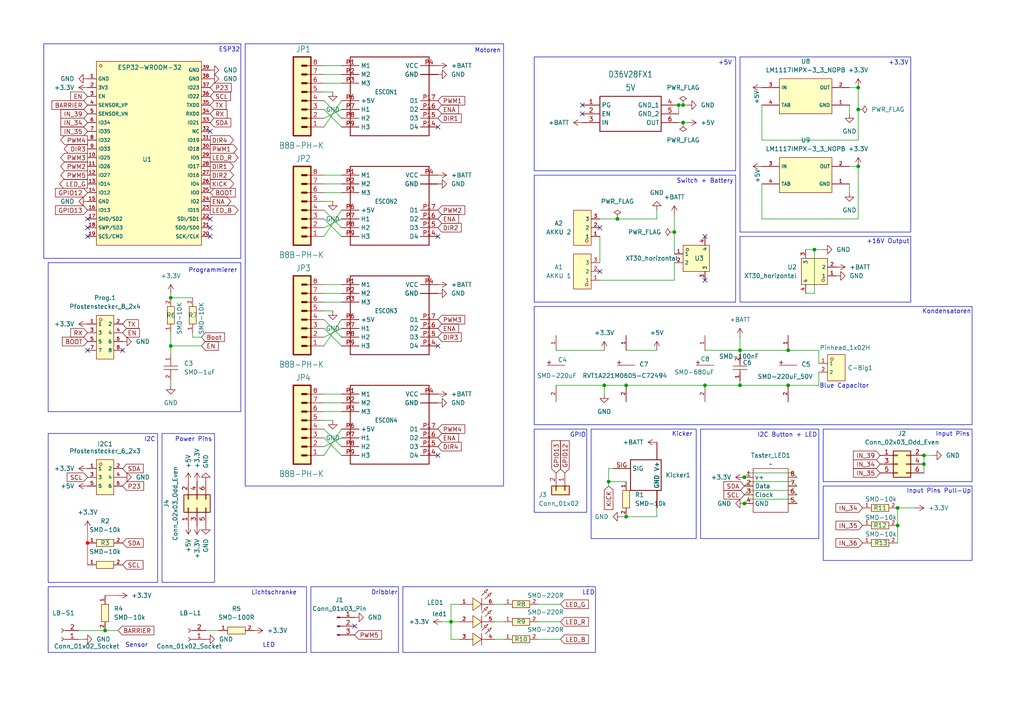
<source format=kicad_sch>
(kicad_sch (version 20231120) (generator "eeschema") (generator_version "8.0")
  (paper "A4")
  (junction (at 204.47 111.76))
  (junction (at 228.6 111.76))
  (junction (at 175.26 111.76))
  (junction (at 214.63 111.76))
  (junction (at 49.53 100.33))
  (junction (at 215.9 138.43))
  (junction (at 248.92 48.26))
  (junction (at 228.6 101.6))
  (junction (at 248.92 25.4))
  (junction (at 260.35 147.32))
  (junction (at 214.63 101.6))
  (junction (at 30.48 182.88))
  (junction (at 196.85 30.48))
  (junction (at 181.61 111.76))
  (junction (at 130.81 180.34))
  (junction (at 195.58 67.31))
  (junction (at 181.61 149.86))
  (junction (at 179.07 63.5))
  (junction (at 176.53 139.7))
  (junction (at 236.22 72.39))
  (junction (at 215.9 146.05))
  (junction (at 198.12 35.56))
  (junction (at 25.4 157.48) (color 255 0 0 1))
  (junction (at 267.97 134.62))
  (junction (at 260.35 152.4))
  (junction (at 267.97 132.08))
  (junction (at 248.92 31.75))
  (junction (at 49.53 86.36))
  (junction (at 198.12 30.48))
  (no_connect (at 60.96 63.5))
  (no_connect (at 25.4 68.58))
  (no_connect (at 127 36.83))
  (no_connect (at 204.47 81.28))
  (no_connect (at 168.91 30.48))
  (no_connect (at 204.47 68.58))
  (no_connect (at 173.99 66.04))
  (no_connect (at 173.99 78.74))
  (no_connect (at 60.96 66.04))
  (no_connect (at 60.96 38.1))
  (no_connect (at 102.87 181.61))
  (no_connect (at 35.56 101.6))
  (no_connect (at 25.4 63.5))
  (no_connect (at 127 132.08))
  (no_connect (at 127 68.58))
  (no_connect (at 25.4 66.04))
  (no_connect (at 25.4 101.6))
  (no_connect (at 168.91 33.02))
  (no_connect (at 127 100.33))
  (no_connect (at 60.96 68.58))
  (wire (pts (xy 130.81 180.34) (xy 130.81 185.42)))
  (wire (pts (xy 176.53 139.7) (xy 176.53 135.89)))
  (wire (pts (xy 93.98 124.46) (xy 99.06 129.54)))
  (wire (pts (xy 93.98 95.25) (xy 99.06 100.33)))
  (wire (pts (xy 220.98 63.5) (xy 248.92 63.5)))
  (wire (pts (xy 93.98 29.21) (xy 99.06 34.29)))
  (wire (pts (xy 181.61 111.76) (xy 204.47 111.76)))
  (wire (pts (xy 93.98 116.84) (xy 99.06 116.84)))
  (wire (pts (xy 246.38 53.34) (xy 246.38 55.88)))
  (wire (pts (xy 93.98 24.13) (xy 99.06 24.13)))
  (wire (pts (xy 267.97 134.62) (xy 267.97 137.16)))
  (wire (pts (xy 237.49 111.76) (xy 237.49 107.95)))
  (wire (pts (xy 130.81 180.34) (xy 133.35 180.34)))
  (wire (pts (xy 214.63 110.49) (xy 214.63 111.76)))
  (wire (pts (xy 93.98 53.34) (xy 99.06 53.34)))
  (wire (pts (xy 49.53 111.76) (xy 49.53 110.49)))
  (wire (pts (xy 49.53 100.33) (xy 49.53 102.87)))
  (wire (pts (xy 233.68 72.39) (xy 236.22 72.39)))
  (wire (pts (xy 130.81 175.26) (xy 130.81 180.34)))
  (wire (pts (xy 220.98 53.34) (xy 220.98 63.5)))
  (wire (pts (xy 143.51 180.34) (xy 146.05 180.34)))
  (wire (pts (xy 214.63 101.6) (xy 228.6 101.6)))
  (wire (pts (xy 248.92 63.5) (xy 248.92 48.26)))
  (wire (pts (xy 93.98 68.58) (xy 99.06 60.96)))
  (wire (pts (xy 236.22 72.39) (xy 238.76 72.39)))
  (wire (pts (xy 199.39 35.56) (xy 198.12 35.56)))
  (wire (pts (xy 181.61 149.86) (xy 190.5 149.86)))
  (wire (pts (xy 229.87 139.7) (xy 231.14 140.97)))
  (wire (pts (xy 143.51 185.42) (xy 146.05 185.42)))
  (wire (pts (xy 260.35 152.4) (xy 260.35 157.48)))
  (wire (pts (xy 214.63 101.6) (xy 214.63 97.79)))
  (wire (pts (xy 190.5 60.96) (xy 190.5 63.5)))
  (wire (pts (xy 220.98 30.48) (xy 220.98 40.64)))
  (wire (pts (xy 217.17 137.16) (xy 229.87 137.16)))
  (wire (pts (xy 204.47 111.76) (xy 214.63 111.76)))
  (wire (pts (xy 93.98 55.88) (xy 99.06 55.88)))
  (wire (pts (xy 93.98 66.04) (xy 99.06 63.5)))
  (wire (pts (xy 156.21 180.34) (xy 162.56 180.34)))
  (wire (pts (xy 55.88 97.79) (xy 55.88 96.52)))
  (wire (pts (xy 130.81 175.26) (xy 133.35 175.26)))
  (wire (pts (xy 220.98 40.64) (xy 248.92 40.64)))
  (wire (pts (xy 173.99 81.28) (xy 195.58 81.28)))
  (wire (pts (xy 93.98 129.54) (xy 99.06 127)))
  (wire (pts (xy 93.98 63.5) (xy 99.06 68.58)))
  (wire (pts (xy 49.53 96.52) (xy 49.53 100.33)))
  (wire (pts (xy 30.48 172.72) (xy 34.29 172.72)) (stroke (width 0) (color 255 0 0 1)))
  (wire (pts (xy 175.26 111.76) (xy 175.26 114.3)))
  (wire (pts (xy 49.53 86.36) (xy 55.88 86.36)))
  (wire (pts (xy 93.98 60.96) (xy 99.06 66.04)))
  (wire (pts (xy 215.9 143.51) (xy 217.17 142.24)))
  (wire (pts (xy 214.63 101.6) (xy 214.63 102.87)))
  (wire (pts (xy 30.48 182.88) (xy 22.86 182.88)))
  (wire (pts (xy 215.9 140.97) (xy 217.17 139.7)))
  (wire (pts (xy 190.5 149.86) (xy 190.5 147.32)))
  (wire (pts (xy 93.98 100.33) (xy 99.06 92.71)))
  (wire (pts (xy 217.17 142.24) (xy 229.87 142.24)))
  (wire (pts (xy 93.98 19.05) (xy 99.06 19.05)))
  (wire (pts (xy 195.58 62.23) (xy 195.58 67.31)))
  (wire (pts (xy 246.38 25.4) (xy 248.92 25.4)))
  (wire (pts (xy 248.92 31.75) (xy 248.92 25.4)))
  (wire (pts (xy 180.34 149.86) (xy 181.61 149.86)))
  (wire (pts (xy 93.98 34.29) (xy 99.06 31.75)))
  (wire (pts (xy 175.26 111.76) (xy 181.61 111.76)))
  (wire (pts (xy 229.87 137.16) (xy 231.14 138.43)))
  (wire (pts (xy 93.98 97.79) (xy 99.06 95.25)))
  (wire (pts (xy 214.63 111.76) (xy 228.6 111.76)))
  (wire (pts (xy 63.5 182.88) (xy 59.69 182.88)))
  (wire (pts (xy 229.87 144.78) (xy 231.14 146.05)))
  (wire (pts (xy 204.47 101.6) (xy 214.63 101.6)))
  (wire (pts (xy 93.98 92.71) (xy 99.06 97.79)))
  (wire (pts (xy 93.98 26.67) (xy 96.52 26.67)))
  (wire (pts (xy 93.98 127) (xy 99.06 132.08)))
  (wire (pts (xy 181.61 101.6) (xy 190.5 101.6)))
  (wire (pts (xy 55.88 97.79) (xy 58.42 97.79)))
  (wire (pts (xy 215.9 138.43) (xy 217.17 137.16)))
  (wire (pts (xy 93.98 114.3) (xy 99.06 114.3)))
  (wire (pts (xy 217.17 139.7) (xy 229.87 139.7)))
  (wire (pts (xy 93.98 87.63) (xy 99.06 87.63)))
  (wire (pts (xy 195.58 76.2) (xy 195.58 81.28)))
  (wire (pts (xy 267.97 132.08) (xy 267.97 134.62)))
  (wire (pts (xy 130.81 185.42) (xy 133.35 185.42)))
  (wire (pts (xy 236.22 85.09) (xy 236.22 72.39)))
  (wire (pts (xy 260.35 147.32) (xy 265.43 147.32)))
  (wire (pts (xy 25.4 153.67) (xy 25.4 157.48)) (stroke (width 0) (color 255 0 0 1)))
  (wire (pts (xy 198.12 30.48) (xy 199.39 30.48)))
  (wire (pts (xy 93.98 31.75) (xy 99.06 36.83)))
  (wire (pts (xy 128.27 180.34) (xy 130.81 180.34)))
  (wire (pts (xy 156.21 175.26) (xy 162.56 175.26)))
  (wire (pts (xy 246.38 48.26) (xy 248.92 48.26)))
  (wire (pts (xy 228.6 111.76) (xy 237.49 111.76)))
  (wire (pts (xy 93.98 132.08) (xy 99.06 124.46)))
  (wire (pts (xy 233.68 85.09) (xy 236.22 85.09)))
  (wire (pts (xy 22.86 185.42) (xy 24.13 185.42)))
  (wire (pts (xy 49.53 100.33) (xy 58.42 100.33)))
  (wire (pts (xy 237.49 101.6) (xy 237.49 105.41)))
  (wire (pts (xy 93.98 50.8) (xy 99.06 50.8)))
  (wire (pts (xy 260.35 147.32) (xy 260.35 152.4)))
  (wire (pts (xy 93.98 119.38) (xy 99.06 119.38)))
  (wire (pts (xy 196.85 30.48) (xy 198.12 30.48)))
  (wire (pts (xy 93.98 36.83) (xy 99.06 29.21)))
  (wire (pts (xy 217.17 144.78) (xy 229.87 144.78)))
  (wire (pts (xy 176.53 140.97) (xy 176.53 139.7)))
  (wire (pts (xy 34.29 182.88) (xy 30.48 182.88)))
  (wire (pts (xy 93.98 85.09) (xy 99.06 85.09)))
  (wire (pts (xy 93.98 58.42) (xy 96.52 58.42)))
  (wire (pts (xy 248.92 40.64) (xy 248.92 31.75)))
  (wire (pts (xy 161.29 101.6) (xy 175.26 101.6)))
  (wire (pts (xy 179.07 63.5) (xy 173.99 63.5)))
  (wire (pts (xy 173.99 76.2) (xy 173.99 68.58)))
  (wire (pts (xy 228.6 101.6) (xy 237.49 101.6)))
  (wire (pts (xy 246.38 30.48) (xy 246.38 33.02)))
  (wire (pts (xy 49.53 85.09) (xy 49.53 86.36)))
  (wire (pts (xy 93.98 121.92) (xy 96.52 121.92)))
  (wire (pts (xy 161.29 111.76) (xy 175.26 111.76)))
  (wire (pts (xy 156.21 185.42) (xy 162.56 185.42)))
  (wire (pts (xy 176.53 139.7) (xy 181.61 139.7)))
  (wire (pts (xy 196.85 30.48) (xy 196.85 33.02)))
  (wire (pts (xy 195.58 67.31) (xy 195.58 73.66)))
  (wire (pts (xy 270.51 132.08) (xy 267.97 132.08)))
  (wire (pts (xy 190.5 63.5) (xy 179.07 63.5)))
  (wire (pts (xy 25.4 157.48) (xy 25.4 163.83)) (stroke (width 0) (color 255 0 0 1)))
  (wire (pts (xy 215.9 146.05) (xy 217.17 144.78)))
  (wire (pts (xy 198.12 35.56) (xy 196.85 35.56)))
  (wire (pts (xy 93.98 90.17) (xy 96.52 90.17)))
  (wire (pts (xy 229.87 142.24) (xy 231.14 143.51)))
  (wire (pts (xy 143.51 175.26) (xy 146.05 175.26)))
  (wire (pts (xy 176.53 135.89) (xy 177.8 135.89)))
  (wire (pts (xy 93.98 82.55) (xy 99.06 82.55)))
  (wire (pts (xy 93.98 21.59) (xy 99.06 21.59)))
  (rectangle (start 154.94 16.51) (end 213.36 49.53))
  (rectangle (start 46.99 125.73) (end 62.23 168.91))
  (rectangle (start 238.76 140.97) (end 281.94 162.56))
  (rectangle (start 71.12 12.7) (end 146.05 140.97))
  (rectangle (start 90.17 170.18) (end 115.57 189.23))
  (rectangle (start 154.94 124.46) (end 170.18 148.59))
  (rectangle (start 154.94 88.9) (end 281.94 123.19))
  (rectangle (start 214.63 68.58) (end 264.16 87.63))
  (rectangle (start 203.2 124.46) (end 237.49 156.21))
  (rectangle (start 13.97 76.2) (end 69.85 119.38))
  (rectangle (start 13.97 170.18) (end 88.9 189.23))
  (rectangle (start 12.7 12.7) (end 69.85 74.93))
  (rectangle (start 171.45 124.46) (end 201.93 156.21))
  (rectangle (start 154.94 50.8) (end 213.36 87.63))
  (rectangle (start 116.84 170.18) (end 172.72 189.23))
  (rectangle (start 238.76 124.46) (end 281.94 139.7))
  (rectangle (start 214.63 16.51) (end 264.16 67.31))
  (rectangle (start 13.97 125.73) (end 45.72 168.91))
  (text "Switch + Battery" (at 204.47 52.578 0) (effects (font (size 1.27 1.27))))
  (text "LED" (at 170.688 171.958 0) (effects (font (size 1.27 1.27))))
  (text "Motoren" (at 141.478 14.732 0) (effects (font (size 1.27 1.27))))
  (text "Kondensatoren" (at 274.574 90.424 0) (effects (font (size 1.27 1.27))))
  (text "+16V Output" (at 257.556 70.104 0) (effects (font (size 1.27 1.27))))
  (text "I2C Button + LED" (at 228.346 126.238 0) (effects (font (size 1.27 1.27))))
  (text "I2C" (at 43.434 127.508 0) (effects (font (size 1.27 1.27))))
  (text "Input Pins" (at 276.352 125.984 0) (effects (font (size 1.27 1.27))))
  (text "Input Pins Pull-Up \n" (at 272.796 142.494 0) (effects (font (size 1.27 1.27))))
  (text "Dribbler" (at 111.506 171.958 0) (effects (font (size 1.27 1.27))))
  (text "GPIO" (at 167.64 126.238 0) (effects (font (size 1.27 1.27))))
  (text "Sensor" (at 39.624 187.198 0) (effects (font (size 1.27 1.27))))
  (text "ESP32" (at 66.548 14.478 0) (effects (font (size 1.27 1.27))))
  (text "+3.3V\n" (at 260.604 18.288 0) (effects (font (size 1.27 1.27))))
  (text "LED\n" (at 77.978 187.198 0) (effects (font (size 1.27 1.27))))
  (text "+5V" (at 210.312 18.288 0) (effects (font (size 1.27 1.27))))
  (text "Kicker" (at 197.866 125.984 0) (effects (font (size 1.27 1.27))))
  (text "Lichtschranke\n" (at 79.502 171.958 0) (effects (font (size 1.27 1.27))))
  (text "Programmierer" (at 61.722 78.486 0) (effects (font (size 1.27 1.27))))
  (text "Blue Capacitor" (at 244.856 112.014 0) (effects (font (size 1.27 1.27))))
  (text "Power Pins" (at 56.134 127.508 0) (effects (font (size 1.27 1.27))))
  (global_label "LED_B" (shape output) (at 60.96 60.96 0) (property "Intersheetrefs" "${INTERSHEET_REFS}" (effects (hide yes))))
  (global_label "P23" (shape input) (at 35.56 140.97 0) (property "Intersheetrefs" "${INTERSHEET_REFS}" (effects (hide yes))))
  (global_label "PWM2" (shape input) (at 127 60.96 0) (property "Intersheetrefs" "${INTERSHEET_REFS}" (effects (hide yes))))
  (global_label "SCL" (shape input) (at 60.96 27.94 0) (property "Intersheetrefs" "${INTERSHEET_REFS}" (effects (hide yes))))
  (global_label "TX" (shape input) (at 35.56 93.98 0) (property "Intersheetrefs" "${INTERSHEET_REFS}" (effects (hide yes))))
  (global_label "DIR1" (shape output) (at 60.96 48.26 0) (property "Intersheetrefs" "${INTERSHEET_REFS}" (effects (hide yes))))
  (global_label "ENA" (shape input) (at 127 63.5 0) (property "Intersheetrefs" "${INTERSHEET_REFS}" (effects (hide yes))))
  (global_label "IN_39" (shape input) (at 255.27 132.08 180) (property "Intersheetrefs" "${INTERSHEET_REFS}" (effects (hide yes))))
  (global_label "DIR2" (shape output) (at 60.96 50.8 0) (property "Intersheetrefs" "${INTERSHEET_REFS}" (effects (hide yes))))
  (global_label "DIR4" (shape output) (at 60.96 40.64 0) (property "Intersheetrefs" "${INTERSHEET_REFS}" (effects (hide yes))))
  (global_label "IN_36" (shape input) (at 250.19 157.48 180) (property "Intersheetrefs" "${INTERSHEET_REFS}" (effects (hide yes))))
  (global_label "BARRIER" (shape input) (at 34.29 182.88 0) (property "Intersheetrefs" "${INTERSHEET_REFS}" (effects (hide yes))))
  (global_label "SCL" (shape input) (at 25.4 138.43 180) (property "Intersheetrefs" "${INTERSHEET_REFS}" (effects (hide yes))))
  (global_label "P23" (shape input) (at 60.96 25.4 0) (property "Intersheetrefs" "${INTERSHEET_REFS}" (effects (hide yes))))
  (global_label "LED_R" (shape input) (at 162.56 180.34 0) (property "Intersheetrefs" "${INTERSHEET_REFS}" (effects (hide yes))))
  (global_label "SDA" (shape input) (at 35.56 135.89 0) (property "Intersheetrefs" "${INTERSHEET_REFS}" (effects (hide yes))))
  (global_label "GPIO12" (shape input) (at 163.83 137.16 90) (property "Intersheetrefs" "${INTERSHEET_REFS}" (effects (hide yes))))
  (global_label "LED_G" (shape input) (at 162.56 175.26 0) (property "Intersheetrefs" "${INTERSHEET_REFS}" (effects (hide yes))))
  (global_label "PWM1" (shape output) (at 60.96 43.18 0) (property "Intersheetrefs" "${INTERSHEET_REFS}" (effects (hide yes))))
  (global_label "IN_39" (shape input) (at 25.4 33.02 180) (property "Intersheetrefs" "${INTERSHEET_REFS}" (effects (hide yes))))
  (global_label "IN_34" (shape input) (at 255.27 134.62 180) (property "Intersheetrefs" "${INTERSHEET_REFS}" (effects (hide yes))))
  (global_label "DIR1" (shape input) (at 127 34.29 0) (property "Intersheetrefs" "${INTERSHEET_REFS}" (effects (hide yes))))
  (global_label "SDA" (shape input) (at 60.96 35.56 0) (property "Intersheetrefs" "${INTERSHEET_REFS}" (effects (hide yes))))
  (global_label "ENA" (shape output) (at 60.96 58.42 0) (property "Intersheetrefs" "${INTERSHEET_REFS}" (effects (hide yes))))
  (global_label "DIR3" (shape output) (at 25.4 43.18 180) (property "Intersheetrefs" "${INTERSHEET_REFS}" (effects (hide yes))))
  (global_label "RX" (shape input) (at 25.4 96.52 180) (property "Intersheetrefs" "${INTERSHEET_REFS}" (effects (hide yes))))
  (global_label "LED_B" (shape input) (at 162.56 185.42 0) (property "Intersheetrefs" "${INTERSHEET_REFS}" (effects (hide yes))))
  (global_label "PWM2" (shape output) (at 25.4 48.26 180) (property "Intersheetrefs" "${INTERSHEET_REFS}" (effects (hide yes))))
  (global_label "IN_34" (shape input) (at 250.19 147.32 180) (property "Intersheetrefs" "${INTERSHEET_REFS}" (effects (hide yes))))
  (global_label "PWM1" (shape input) (at 127 29.21 0) (property "Intersheetrefs" "${INTERSHEET_REFS}" (effects (hide yes))))
  (global_label "PWM3" (shape output) (at 25.4 45.72 180) (property "Intersheetrefs" "${INTERSHEET_REFS}" (effects (hide yes))))
  (global_label "TX" (shape input) (at 60.96 30.48 0) (property "Intersheetrefs" "${INTERSHEET_REFS}" (effects (hide yes))))
  (global_label "LED_R" (shape output) (at 60.96 45.72 0) (property "Intersheetrefs" "${INTERSHEET_REFS}" (effects (hide yes))))
  (global_label "LED_G" (shape output) (at 25.4 53.34 180) (property "Intersheetrefs" "${INTERSHEET_REFS}" (effects (hide yes))))
  (global_label "SCL" (shape input) (at 215.9 143.51 180) (property "Intersheetrefs" "${INTERSHEET_REFS}" (effects (hide yes))))
  (global_label "BARRIER" (shape input) (at 25.4 30.48 180) (property "Intersheetrefs" "${INTERSHEET_REFS}" (effects (hide yes))))
  (global_label "DIR4" (shape input) (at 127 129.54 0) (property "Intersheetrefs" "${INTERSHEET_REFS}" (effects (hide yes))))
  (global_label "GPIO12" (shape input) (at 25.4 55.88 180) (property "Intersheetrefs" "${INTERSHEET_REFS}" (effects (hide yes))))
  (global_label "SCL" (shape input) (at 35.56 163.83 0) (property "Intersheetrefs" "${INTERSHEET_REFS}" (effects (hide yes))))
  (global_label "SDA" (shape input) (at 35.56 157.48 0) (property "Intersheetrefs" "${INTERSHEET_REFS}" (effects (hide yes))))
  (global_label "PWM3" (shape input) (at 127 92.71 0) (property "Intersheetrefs" "${INTERSHEET_REFS}" (effects (hide yes))))
  (global_label "IN_34" (shape input) (at 25.4 35.56 180) (property "Intersheetrefs" "${INTERSHEET_REFS}" (effects (hide yes))))
  (global_label "PWM4" (shape input) (at 127 124.46 0) (property "Intersheetrefs" "${INTERSHEET_REFS}" (effects (hide yes))))
  (global_label "IN_35" (shape input) (at 25.4 38.1 180) (property "Intersheetrefs" "${INTERSHEET_REFS}" (effects (hide yes))))
  (global_label "BOOT" (shape input) (at 60.96 55.88 0) (property "Intersheetrefs" "${INTERSHEET_REFS}" (effects (hide yes))))
  (global_label "PWM5" (shape output) (at 25.4 50.8 180) (property "Intersheetrefs" "${INTERSHEET_REFS}" (effects (hide yes))))
  (global_label "EN" (shape input) (at 35.56 96.52 0) (property "Intersheetrefs" "${INTERSHEET_REFS}" (effects (hide yes))))
  (global_label "Boot" (shape input) (at 58.42 97.79 0) (property "Intersheetrefs" "${INTERSHEET_REFS}" (effects (hide yes))))
  (global_label "DIR2" (shape input) (at 127 66.04 0) (property "Intersheetrefs" "${INTERSHEET_REFS}" (effects (hide yes))))
  (global_label "ENA" (shape input) (at 127 31.75 0) (property "Intersheetrefs" "${INTERSHEET_REFS}" (effects (hide yes))))
  (global_label "GPIO13" (shape input) (at 25.4 60.96 180) (property "Intersheetrefs" "${INTERSHEET_REFS}" (effects (hide yes))))
  (global_label "GPIO13" (shape input) (at 161.29 137.16 90) (property "Intersheetrefs" "${INTERSHEET_REFS}" (effects (hide yes))))
  (global_label "BOOT" (shape input) (at 25.4 99.06 180) (property "Intersheetrefs" "${INTERSHEET_REFS}" (effects (hide yes))))
  (global_label "PWM4" (shape output) (at 25.4 40.64 180) (property "Intersheetrefs" "${INTERSHEET_REFS}" (effects (hide yes))))
  (global_label "DIR3" (shape input) (at 127 97.79 0) (property "Intersheetrefs" "${INTERSHEET_REFS}" (effects (hide yes))))
  (global_label "KICK" (shape input) (at 176.53 140.97 270) (property "Intersheetrefs" "${INTERSHEET_REFS}" (effects (hide yes))))
  (global_label "EN" (shape input) (at 25.4 27.94 180) (property "Intersheetrefs" "${INTERSHEET_REFS}" (effects (hide yes))))
  (global_label "EN" (shape input) (at 58.42 100.33 0) (property "Intersheetrefs" "${INTERSHEET_REFS}" (effects (hide yes))))
  (global_label "PWM5" (shape input) (at 102.87 184.15 0) (property "Intersheetrefs" "${INTERSHEET_REFS}" (effects (hide yes))))
  (global_label "SDA" (shape input) (at 215.9 140.97 180) (property "Intersheetrefs" "${INTERSHEET_REFS}" (effects (hide yes))))
  (global_label "ENA" (shape input) (at 127 95.25 0) (property "Intersheetrefs" "${INTERSHEET_REFS}" (effects (hide yes))))
  (global_label "ENA" (shape input) (at 127 127 0) (property "Intersheetrefs" "${INTERSHEET_REFS}" (effects (hide yes))))
  (global_label "RX" (shape input) (at 60.96 33.02 0) (property "Intersheetrefs" "${INTERSHEET_REFS}" (effects (hide yes))))
  (global_label "KICK" (shape output) (at 60.96 53.34 0) (property "Intersheetrefs" "${INTERSHEET_REFS}" (effects (hide yes))))
  (global_label "IN_35" (shape input) (at 250.19 152.4 180) (property "Intersheetrefs" "${INTERSHEET_REFS}" (effects (hide yes))))
  (global_label "IN_35" (shape input) (at 255.27 137.16 180) (property "Intersheetrefs" "${INTERSHEET_REFS}" (effects (hide yes))))
  (symbol (lib_id "bohlebots.lib:+3.3V") (at 25.4 93.98 90) (unit 1)
    (property "Reference" "#PWR014" (effects (hide yes)))
    (property "Value" "+3.3V" (at 21.59 93.9799 90) (effects (justify left)))
    (property "Description" "Power symbol creates a global label with name \"+3.3V\"" (effects (hide yes)))
  )
  (symbol (lib_id "Bohlebots:SMD-220uF_50V") (at 228.6 106.68 0) (unit 1)
    (property "Reference" "C5" (at 232.41 105.6639 0) (effects (justify left)))
    (property "Value" "SMD-220uF_50V" (at 219.71 109.22 0) (effects (justify left)))
    (property "Footprint" "BohleBots:CAP-SMD_BD10.0-L10.3-W10.3-LS11.3-FD" (effects (hide yes)))
    (property "Datasheet" "https://atta.szlcsc.com/upload/public/pdf/source/20170630/1498816639192.pdf" (effects (hide yes)))
    (property "LCSC" "C125977" (effects (hide yes)))
  )
  (symbol (lib_id "bohlebots.lib:ESCOM_24/2") (at 111.76 90.17 0) (unit 1)
    (property "Reference" "ESCON3" (at 112.014 90.17 0) (effects (font (size 1.27 1.0795))))
    (property "Value" "24_2" (effects (hide yes)))
    (property "Footprint" "BohleBots:ESCOM_24_2" (effects (hide yes)))
  )
  (symbol (lib_id "Bohlebots:SMD-680uF") (at 204.47 106.68 0) (unit 1)
    (property "Reference" "C8" (at 203.2 104.14 0) (effects (justify left)))
    (property "Value" "SMD-680uF" (at 195.58 107.95 0) (effects (justify left)))
    (property "Footprint" "BohleBots:CAP-SMD_BD10.0-L10.3-W10.3-LS11.3-FD" (effects (hide yes)))
    (property "Datasheet" "https://atta.szlcsc.com/upload/public/pdf/source/20170630/1498816639192.pdf" (effects (hide yes)))
    (property "LCSC" "C335987" (effects (hide yes)))
  )
  (symbol (lib_id "Bohlebots:GND") (at 175.26 114.3 0) (unit 1)
    (property "Reference" "#PWR038" (effects (hide yes)))
    (property "Value" "GND" (at 175.26 119.38 0))
    (property "Description" "Power symbol creates a global label with name \"GND\" , ground" (effects (hide yes)))
  )
  (symbol (lib_id "bohlebots.lib:PWR_FLAG") (at 179.07 63.5 0) (unit 1)
    (property "Reference" "#FLG04" (effects (hide yes)))
    (property "Value" "PWR_FLAG" (at 179.07 58.42 0))
    (property "Description" "Special symbol for telling ERC where power comes from" (effects (hide yes)))
  )
  (symbol (lib_id "bohlebots.lib:+3.3V") (at 25.4 25.4 90) (unit 1)
    (property "Reference" "#PWR040" (effects (hide yes)))
    (property "Value" "+3.3V" (at 21.59 25.3999 90) (effects (justify left)))
    (property "Description" "Power symbol creates a global label with name \"+3.3V\"" (effects (hide yes)))
  )
  (symbol (lib_id "Bohlebots:SMD-10k") (at 49.53 91.44 90) (unit 1)
    (property "Reference" "R6" (at 48.26 91.44 90) (effects (justify right)))
    (property "Value" "SMD-10K" (at 52.07 87.63 0) (effects (justify right)))
    (property "Footprint" "BohleBots:R0603" (effects (hide yes)))
    (property "Datasheet" "https://www.mouser.in/datasheet/2/447/PYu_RT_1_to_0_01_RoHS_L_11-1669912.pdf" (effects (hide yes)))
    (property "LCSC" "C25804" (effects (hide yes)))
  )
  (symbol (lib_id "Connector:Conn_01x02_Socket") (at 54.61 185.42 180) (unit 1)
    (property "Reference" "LB-L1" (at 55.245 177.8 0))
    (property "Value" "Conn_01x02_Socket" (at 54.864 187.452 0))
    (property "Footprint" "Connector_PinSocket_2.54mm:PinSocket_1x02_P2.54mm_Vertical" (effects (hide yes)))
    (property "Description" "Generic connector, single row, 01x02, script generated" (effects (hide yes)))
  )
  (symbol (lib_id "Bohlebots:+3.3V") (at 248.92 25.4 0) (unit 1)
    (property "Reference" "#PWR035" (effects (hide yes)))
    (property "Value" "+3.3V" (at 248.92 20.32 0))
    (property "Description" "Power symbol creates a global label with name \"+3.3V\"" (effects (hide yes)))
  )
  (symbol (lib_id "bohlebots.lib:Pfostenstecker_8_2x4") (at 30.48 97.79 0) (unit 1)
    (property "Reference" "Prog.1" (at 30.48 86.36 0))
    (property "Value" "Pfostenstecker_8_2x4" (at 30.48 88.9 0))
    (property "Footprint" "BohleBots:IDC-TH_8P-P2.54-V-R2-C4-S2.54" (effects (hide yes)))
    (property "Datasheet" "https://item.szlcsc.com/9658.html" (effects (hide yes)))
    (property "LCSC" "C5372864" (effects (hide yes)))
  )
  (symbol (lib_id "Bohlebots:GND") (at 246.38 55.88 0) (unit 1)
    (property "Reference" "#PWR034" (effects (hide yes)))
    (property "Value" "GND" (at 246.38 60.96 0))
    (property "Description" "Power symbol creates a global label with name \"GND\" , ground" (effects (hide yes)))
  )
  (symbol (lib_id "bohlebots.lib:PWR_FLAG") (at 198.12 30.48 0) (unit 1)
    (property "Reference" "#FLG01" (effects (hide yes)))
    (property "Value" "PWR_FLAG" (at 198.12 25.4 0))
    (property "Description" "Special symbol for telling ERC where power comes from" (effects (hide yes)))
  )
  (symbol (lib_id "bohlebots.lib:+5V") (at 54.61 139.7 0) (unit 1)
    (property "Reference" "#PWR061" (effects (hide yes)))
    (property "Value" "+5V" (at 54.6099 135.89 90) (effects (justify left)))
    (property "Description" "Power symbol creates a global label with name \"+5V\"" (effects (hide yes)))
  )
  (symbol (lib_id "Bohlebots:+3.3V") (at 248.92 48.26 0) (unit 1)
    (property "Reference" "#PWR036" (effects (hide yes)))
    (property "Value" "+3.3V" (at 248.92 43.18 0))
    (property "Description" "Power symbol creates a global label with name \"+3.3V\"" (effects (hide yes)))
  )
  (symbol (lib_id "Connector_Generic:Conn_02x03_Odd_Even") (at 57.15 147.32 90) (unit 1)
    (property "Reference" "J4" (at 48.26 146.05 0))
    (property "Value" "Conn_02x03_Odd_Even" (at 50.8 146.05 0))
    (property "Footprint" "Connector_PinSocket_2.54mm:PinSocket_2x03_P2.54mm_Vertical" (effects (hide yes)))
    (property "Description" "Generic connector, double row, 02x03, odd/even pin numbering scheme (row 1 odd numbers, row 2 even numbers), script generated (kicad-library-utils/schlib/autogen/connector/)" (effects (hide yes)))
  )
  (symbol (lib_id "power:+BATT") (at 190.5 128.27 90) (unit 1)
    (property "Reference" "#PWR048" (effects (hide yes)))
    (property "Value" "+BATT" (at 186.69 128.2699 90) (effects (justify left)))
    (property "Description" "Power symbol creates a global label with name \"+BATT\"" (effects (hide yes)))
  )
  (symbol (lib_id "bohlebots.lib:+5V") (at 199.39 35.56 270) (unit 1)
    (property "Reference" "#PWR019" (effects (hide yes)))
    (property "Value" "+5V" (at 203.2 35.5599 90) (effects (justify left)))
    (property "Description" "Power symbol creates a global label with name \"+5V\"" (effects (hide yes)))
  )
  (symbol (lib_id "bohlebots.lib:SMD-100R") (at 68.58 182.88 0) (unit 1)
    (property "Reference" "R5" (at 68.58 176.53 0))
    (property "Value" "SMD-100R" (at 68.58 179.07 0))
    (property "Footprint" "BohleBots:R0603" (effects (hide yes)))
    (property "Datasheet" "https://www.mouser.in/datasheet/2/447/PYu_RT_1_to_0_01_RoHS_L_11-1669912.pdf" (effects (hide yes)))
    (property "LCSC" "C22775" (effects (hide yes)))
  )
  (symbol (lib_id "bohlebots.lib:Pfostenstecker_6_2x3") (at 30.48 138.43 0) (unit 1)
    (property "Reference" "I2C1" (at 30.48 128.778 0))
    (property "Value" "Pfostenstecker_6_2x3" (at 30.48 130.81 0))
    (property "Footprint" "BohleBots:HDR-TH_6P-P2.54-V-F-R2-C3-S2.54-4" (effects (hide yes)))
    (property "Datasheet" "https://atta.szlcsc.com/upload/public/pdf/source/20230314/29278A24539954283B80828B9C32CD4C.pdf" (effects (hide yes)))
    (property "LCSC" "C5372863" (effects (hide yes)))
  )
  (symbol (lib_id "power:GND") (at 96.52 90.17 0) (unit 1)
    (property "Reference" "#PWR03" (effects (hide yes)))
    (property "Value" "GND" (at 96.52 95.25 0))
  )
  (symbol (lib_id "power:+BATT") (at 127 50.8 270) (unit 1)
    (property "Reference" "#PWR05" (effects (hide yes)))
    (property "Value" "+BATT" (at 130.81 50.7999 90) (effects (justify left)))
    (property "Description" "Power symbol creates a global label with name \"+BATT\"" (effects (hide yes)))
  )
  (symbol (lib_id "bohlebots.lib:PWR_FLAG") (at 195.58 67.31 90) (unit 1)
    (property "Reference" "#FLG06" (effects (hide yes)))
    (property "Value" "PWR_FLAG" (at 191.77 67.3099 90) (effects (justify left)))
    (property "Description" "Special symbol for telling ERC where power comes from" (effects (hide yes)))
  )
  (symbol (lib_id "main_backupboard-eagle-import:B8B-PH-K") (at 87.63 60.96 0) (mirror y) (unit 1)
    (property "Reference" "JP2" (at 90.17 46.99 0) (effects (font (size 1.778 1.5113)) (justify left bottom)))
    (property "Value" "B8B-PH-K" (at 93.98 74.93 0) (effects (font (size 1.778 1.5113)) (justify left bottom)))
    (property "Footprint" "Connector_JST:JST_PH_B8B-PH-K_1x08_P2.00mm_Vertical" (effects (hide yes)))
  )
  (symbol (lib_id "bohlebots.lib:+3.3V") (at 73.66 182.88 270) (unit 1)
    (property "Reference" "#PWR026" (effects (hide yes)))
    (property "Value" "+3.3V" (at 77.47 182.8799 90) (effects (justify left)))
    (property "Description" "Power symbol creates a global label with name \"+3.3V\"" (effects (hide yes)))
  )
  (symbol (lib_id "bohlebots.lib:GND") (at 59.69 152.4 0) (unit 1)
    (property "Reference" "#PWR057" (effects (hide yes)))
    (property "Value" "GND" (at 59.6899 156.21 90) (effects (justify right)))
    (property "Description" "Power symbol creates a global label with name \"GND\" , ground" (effects (hide yes)))
  )
  (symbol (lib_id "Connector_Generic:Conn_02x03_Odd_Even") (at 260.35 134.62 0) (unit 1)
    (property "Reference" "J2" (at 261.62 125.73 0))
    (property "Value" "Conn_02x03_Odd_Even" (at 261.62 128.27 0))
    (property "Footprint" "Connector_PinSocket_2.54mm:PinSocket_2x03_P2.54mm_Vertical" (effects (hide yes)))
    (property "Description" "Generic connector, double row, 02x03, odd/even pin numbering scheme (row 1 odd numbers, row 2 even numbers), script generated (kicad-library-utils/schlib/autogen/connector/)" (effects (hide yes)))
  )
  (symbol (lib_id "bohlebots.lib:XH-3AW_C722865") (at 168.91 66.04 180) (unit 1)
    (property "Reference" "A2" (at 162.052 64.77 0))
    (property "Value" "AKKU 2" (at 162.052 67.31 0))
    (property "Footprint" "BohleBots:CONN-TH_XH-3AW-C722865" (effects (hide yes)))
    (property "Datasheet" "https://item.szlcsc.com/767072.html?ref=editor&logined=true" (effects (hide yes)))
    (property "LCSC" "C722865" (effects (hide yes)))
  )
  (symbol (lib_id "bohlebots.lib:Taster_Led") (at 224.79 138.43 0) (unit 1)
    (property "Reference" "Taster_LED1" (at 223.52 132.08 0))
    (property "Value" "~" (at 223.52 134.62 0))
    (property "Footprint" "BohleBots:TASTER_LED" (effects (hide yes)))
  )
  (symbol (lib_id "bohlebots.lib:GND") (at 59.69 139.7 180) (unit 1)
    (property "Reference" "#PWR056" (effects (hide yes)))
    (property "Value" "GND" (at 59.6899 135.89 90) (effects (justify right)))
    (property "Description" "Power symbol creates a global label with name \"GND\" , ground" (effects (hide yes)))
  )
  (symbol (lib_id "Bohlebots:SMD-220uF_50V") (at 181.61 106.68 0) (unit 1)
    (property "Reference" "C7" (at 185.42 105.6639 0) (effects (justify left)))
    (property "Value" "RVT1A221M0605-C72494" (at 168.91 108.966 0) (effects (justify left)))
    (property "Footprint" "BohleBots:CAP-SMD_BD10.0-L10.3-W10.3-LS11.3-FD" (effects (hide yes)))
    (property "Datasheet" "https://atta.szlcsc.com/upload/public/pdf/source/20170630/1498816639192.pdf" (effects (hide yes)))
    (property "LCSC" "C125977" (effects (hide yes)))
  )
  (symbol (lib_id "bohlebots.lib:GND") (at 24.13 185.42 90) (unit 1)
    (property "Reference" "#PWR023" (effects (hide yes)))
    (property "Value" "GND" (at 27.94 185.4199 90) (effects (justify right)))
    (property "Description" "Power symbol creates a global label with name \"GND\" , ground" (effects (hide yes)))
  )
  (symbol (lib_id "bohlebots.lib:GND") (at 127 116.84 90) (unit 1)
    (property "Reference" "#PWR046" (effects (hide yes)))
    (property "Value" "GND" (at 130.81 116.8399 90) (effects (justify right)))
    (property "Description" "Power symbol creates a global label with name \"GND\" , ground" (effects (hide yes)))
  )
  (symbol (lib_id "Bohlebots:SMD-RGB-LED") (at 138.43 180.34 0) (unit 1)
    (property "Reference" "LED1" (at 126.238 174.752 0))
    (property "Value" "led1" (at 127.508 178.054 0))
    (property "Footprint" "BohleBots:LED-SMD_6P-L5.0-W5.0-TL_TC5050RGBF08" (effects (hide yes)))
    (property "Datasheet" "https://item.szlcsc.com/839886.html" (effects (hide yes)))
    (property "LCSC" "C784540" (effects (hide yes)))
  )
  (symbol (lib_id "bohlebots.lib:SMD-10k") (at 255.27 157.48 0) (unit 1)
    (property "Reference" "R13" (at 255.524 157.48 0))
    (property "Value" "SMD-10k" (at 255.524 154.94 0))
    (property "Footprint" "BohleBots:R0603" (effects (hide yes)))
    (property "Datasheet" "https://www.mouser.in/datasheet/2/447/PYu_RT_1_to_0_01_RoHS_L_11-1669912.pdf" (effects (hide yes)))
    (property "LCSC" "C25804" (effects (hide yes)))
  )
  (symbol (lib_id "bohlebots.lib:GND") (at 25.4 22.86 270) (unit 1)
    (property "Reference" "#PWR010" (effects (hide yes)))
    (property "Value" "GND" (at 21.59 22.8599 90) (effects (justify right)))
    (property "Description" "Power symbol creates a global label with name \"GND\" , ground" (effects (hide yes)))
  )
  (symbol (lib_id "bohlebots.lib:SMD-100nF") (at 214.63 106.68 90) (unit 1)
    (property "Reference" "C6" (at 215.392 105.156 90) (effects (justify right)))
    (property "Value" "SMD-100nF" (at 208.534 103.378 90) (effects (justify right)))
    (property "Footprint" "BohleBots:C0603" (effects (hide yes)))
    (property "Datasheet" "https://item.szlcsc.com/362304.html" (effects (hide yes)))
    (property "LCSC" "C30926" (effects (hide yes)))
  )
  (symbol (lib_id "Bohlebots:SMD-10k") (at 55.88 91.44 90) (unit 1)
    (property "Reference" "R7" (at 54.61 91.44 90) (effects (justify right)))
    (property "Value" "SMD-10K" (at 58.42 87.63 0) (effects (justify right)))
    (property "Footprint" "BohleBots:R0603" (effects (hide yes)))
    (property "Datasheet" "https://www.mouser.in/datasheet/2/447/PYu_RT_1_to_0_01_RoHS_L_11-1669912.pdf" (effects (hide yes)))
    (property "LCSC" "C25804" (effects (hide yes)))
  )
  (symbol (lib_id "bohlebots.lib:XT30_horizontal") (at 200.66 74.93 0) (unit 1)
    (property "Reference" "U3" (at 201.422 74.93 0) (effects (justify left)))
    (property "Value" "XT30_horizontal" (at 181.356 74.93 0) (effects (justify left)))
    (property "Footprint" "BohleBots:CONN-TH_XT30PW-M" (effects (hide yes)))
    (property "Datasheet" "https://cn.bing.com/search?q=datasheet: XT30PW-M" (effects (hide yes)))
    (property "LCSC" "C431092" (effects (hide yes)))
  )
  (symbol (lib_id "bohlebots.lib:GND") (at 242.57 80.01 90) (unit 1)
    (property "Reference" "#PWR050" (effects (hide yes)))
    (property "Value" "GND" (at 246.38 80.0099 90) (effects (justify right)))
    (property "Description" "Power symbol creates a global label with name \"GND\" , ground" (effects (hide yes)))
  )
  (symbol (lib_id "bohlebots.lib:+3.3V") (at 215.9 138.43 90) (unit 1)
    (property "Reference" "#PWR042" (effects (hide yes)))
    (property "Value" "+3.3V" (at 212.09 138.4299 90) (effects (justify left)))
    (property "Description" "Power symbol creates a global label with name \"+3.3V\"" (effects (hide yes)))
  )
  (symbol (lib_id "power:+BATT") (at 127 114.3 270) (unit 1)
    (property "Reference" "#PWR045" (effects (hide yes)))
    (property "Value" "+BATT" (at 130.81 114.2999 90) (effects (justify left)))
    (property "Description" "Power symbol creates a global label with name \"+BATT\"" (effects (hide yes)))
  )
  (symbol (lib_id "Bohlebots:SMD-220R") (at 151.13 180.34 0) (unit 1)
    (property "Reference" "R9" (at 151.13 180.34 0))
    (property "Value" "SMD-220R" (at 158.242 177.546 0))
    (property "Footprint" "BohleBots:R0603" (effects (hide yes)))
    (property "Datasheet" "https://www.mouser.in/datasheet/2/447/PYu_RT_1_to_0_01_RoHS_L_11-1669912.pdf" (effects (hide yes)))
    (property "LCSC" "C217883" (effects (hide yes)))
  )
  (symbol (lib_id "power:+BATT") (at 127 82.55 270) (unit 1)
    (property "Reference" "#PWR08" (effects (hide yes)))
    (property "Value" "+BATT" (at 130.81 82.5499 90) (effects (justify left)))
    (property "Description" "Power symbol creates a global label with name \"+BATT\"" (effects (hide yes)))
  )
  (symbol (lib_id "Connector:Conn_01x03_Pin") (at 97.79 181.61 0) (unit 1)
    (property "Reference" "J1" (at 98.425 173.99 0))
    (property "Value" "Conn_01x03_Pin" (at 98.425 176.53 0))
    (property "Footprint" "Connector_PinSocket_2.54mm:PinSocket_1x03_P2.54mm_Vertical" (effects (hide yes)))
    (property "Description" "Generic connector, single row, 01x03, script generated" (effects (hide yes)))
  )
  (symbol (lib_id "bohlebots.lib:GND") (at 127 85.09 90) (unit 1)
    (property "Reference" "#PWR044" (effects (hide yes)))
    (property "Value" "GND" (at 130.81 85.0899 90) (effects (justify right)))
    (property "Description" "Power symbol creates a global label with name \"GND\" , ground" (effects (hide yes)))
  )
  (symbol (lib_id "Bohlebots:SMD-220R") (at 151.13 175.26 0) (unit 1)
    (property "Reference" "R8" (at 151.13 175.26 0))
    (property "Value" "SMD-220R" (at 158.242 172.72 0))
    (property "Footprint" "BohleBots:R0603" (effects (hide yes)))
    (property "Datasheet" "https://www.mouser.in/datasheet/2/447/PYu_RT_1_to_0_01_RoHS_L_11-1669912.pdf" (effects (hide yes)))
    (property "LCSC" "C217883" (effects (hide yes)))
  )
  (symbol (lib_id "power:+BATT") (at 127 19.05 270) (unit 1)
    (property "Reference" "#PWR047" (effects (hide yes)))
    (property "Value" "+BATT" (at 130.81 19.0499 90) (effects (justify left)))
    (property "Description" "Power symbol creates a global label with name \"+BATT\"" (effects (hide yes)))
  )
  (symbol (lib_id "bohlebots.lib:SMD-10k") (at 30.48 163.83 0) (unit 1)
    (property "Reference" "R3" (at 30.48 157.48 0))
    (property "Value" "SMD-10k" (at 30.48 160.02 0))
    (property "Footprint" "BohleBots:R0603" (effects (hide yes)))
    (property "Datasheet" "https://www.mouser.in/datasheet/2/447/PYu_RT_1_to_0_01_RoHS_L_11-1669912.pdf" (effects (hide yes)))
    (property "LCSC" "C25804" (effects (hide yes)))
  )
  (symbol (lib_id "bohlebots.lib:ESCOM_24/2") (at 111.76 58.42 0) (unit 1)
    (property "Reference" "ESCON2" (at 112.014 58.42 0) (effects (font (size 1.27 1.0795))))
    (property "Value" "24_2" (effects (hide yes)))
    (property "Footprint" "BohleBots:ESCOM_24_2" (effects (hide yes)))
  )
  (symbol (lib_id "bohlebots.lib:+3.3V") (at 175.26 101.6 0) (unit 1)
    (property "Reference" "#PWR037" (effects (hide yes)))
    (property "Value" "+3.3V" (at 175.26 96.52 0))
    (property "Description" "Power symbol creates a global label with name \"+3.3V\"" (effects (hide yes)))
  )
  (symbol (lib_id "bohlebots.lib:PWR_FLAG") (at 248.92 31.75 270) (unit 1)
    (property "Reference" "#FLG07" (effects (hide yes)))
    (property "Value" "PWR_FLAG" (at 252.73 31.7499 90) (effects (justify left)))
    (property "Description" "Special symbol for telling ERC where power comes from" (effects (hide yes)))
  )
  (symbol (lib_id "Bohlebots:LM1117IMPX-3_3_NOPB") (at 233.68 27.94 0) (unit 1)
    (property "Reference" "U8" (at 233.68 17.78 0))
    (property "Value" "LM1117IMPX-3_3_NOPB" (at 233.68 20.32 0))
    (property "Footprint" "BohleBots:SOT-223_L6.5-W3.5-P2.30-LS7.0-BR" (effects (hide yes)))
    (property "Datasheet" "https://item.szlcsc.com/109711.html" (effects (hide yes)))
    (property "LCSC" "C23984" (effects (hide yes)))
  )
  (symbol (lib_id "power:GND") (at 96.52 121.92 0) (unit 1)
    (property "Reference" "#PWR04" (effects (hide yes)))
    (property "Value" "GND" (at 96.52 127 0))
  )
  (symbol (lib_id "bohlebots.lib:ESCOM_24/2") (at 111.76 121.92 0) (unit 1)
    (property "Reference" "ESCON4" (at 112.014 121.92 0) (effects (font (size 1.27 1.0795))))
    (property "Value" "24_2" (effects (hide yes)))
    (property "Footprint" "BohleBots:ESCOM_24_2" (effects (hide yes)))
  )
  (symbol (lib_id "bohlebots.lib:+3.3V") (at 25.4 153.67 0) (unit 1)
    (property "Reference" "#PWR022" (effects (hide yes)))
    (property "Value" "+3.3V" (at 25.4 148.59 0))
    (property "Description" "Power symbol creates a global label with name \"+3.3V\"" (effects (hide yes)))
  )
  (symbol (lib_id "Bohlebots:GND") (at 49.53 111.76 0) (unit 1)
    (property "Reference" "#PWR028" (effects (hide yes)))
    (property "Value" "GND" (at 49.53 116.84 0))
    (property "Description" "Power symbol creates a global label with name \"GND\" , ground" (effects (hide yes)))
  )
  (symbol (lib_id "bohlebots.lib:PWR_FLAG") (at 198.12 35.56 180) (unit 1)
    (property "Reference" "#FLG02" (effects (hide yes)))
    (property "Value" "PWR_FLAG" (at 198.12 40.64 0))
    (property "Description" "Special symbol for telling ERC where power comes from" (effects (hide yes)))
  )
  (symbol (lib_id "bohlebots.lib:+3.3V") (at 57.15 139.7 0) (unit 1)
    (property "Reference" "#PWR058" (effects (hide yes)))
    (property "Value" "+3.3V" (at 57.1499 135.89 90) (effects (justify left)))
    (property "Description" "Power symbol creates a global label with name \"+3.3V\"" (effects (hide yes)))
  )
  (symbol (lib_id "Connector_Generic:Conn_01x02") (at 163.83 142.24 270) (unit 1)
    (property "Reference" "J3" (at 156.21 143.51 90) (effects (justify left)))
    (property "Value" "Conn_01x02" (at 156.21 146.05 90) (effects (justify left)))
    (property "Footprint" "Connector_PinSocket_2.54mm:PinSocket_1x02_P2.54mm_Vertical" (effects (hide yes)))
    (property "Description" "Generic connector, single row, 01x02, script generated (kicad-library-utils/schlib/autogen/connector/)" (effects (hide yes)))
  )
  (symbol (lib_id "Bohlebots:+3.3V") (at 128.27 180.34 90) (unit 1)
    (property "Reference" "#PWR053" (effects (hide yes)))
    (property "Value" "+3.3V" (at 124.46 180.34 90) (effects (justify left)))
    (property "Description" "Power symbol creates a global label with name \"+3.3V\"" (effects (hide yes)))
  )
  (symbol (lib_id "bohlebots.lib:GND") (at 199.39 30.48 90) (unit 1)
    (property "Reference" "#PWR018" (effects (hide yes)))
    (property "Value" "GND" (at 203.2 30.4799 90) (effects (justify right)))
    (property "Description" "Power symbol creates a global label with name \"GND\" , ground" (effects (hide yes)))
  )
  (symbol (lib_id "bohlebots.lib:+5V") (at 25.4 140.97 90) (unit 1)
    (property "Reference" "#PWR021" (effects (hide yes)))
    (property "Value" "+5V" (at 21.59 140.9699 90) (effects (justify left)))
    (property "Description" "Power symbol creates a global label with name \"+5V\"" (effects (hide yes)))
  )
  (symbol (lib_id "Bohlebots:+5V") (at 220.98 48.26 90) (unit 1)
    (property "Reference" "#PWR032" (effects (hide yes)))
    (property "Value" "+5V" (at 219.71 53.086 0) (effects (justify left)))
    (property "Description" "Power symbol creates a global label with name \"+5V\"" (effects (hide yes)))
  )
  (symbol (lib_id "bohlebots.lib:GND") (at 190.5 60.96 180) (unit 1)
    (property "Reference" "#PWR030" (effects (hide yes)))
    (property "Value" "GND" (at 190.5 55.88 0))
    (property "Description" "Power symbol creates a global label with name \"GND\" , ground" (effects (hide yes)))
  )
  (symbol (lib_id "bohlebots.lib:+3.3V") (at 34.29 172.72 270) (unit 1)
    (property "Reference" "#PWR024" (effects (hide yes)))
    (property "Value" "+3.3V" (at 38.1 172.7199 90) (effects (justify left)))
    (property "Description" "Power symbol creates a global label with name \"+3.3V\"" (effects (hide yes)))
  )
  (symbol (lib_id "power:+BATT") (at 168.91 35.56 90) (unit 1)
    (property "Reference" "#PWR039" (effects (hide yes)))
    (property "Value" "+BATT" (at 165.1 35.5599 90) (effects (justify left)))
    (property "Description" "Power symbol creates a global label with name \"+BATT\"" (effects (hide yes)))
  )
  (symbol (lib_id "bohlebots.lib:GND") (at 25.4 58.42 270) (unit 1)
    (property "Reference" "#PWR013" (effects (hide yes)))
    (property "Value" "GND" (at 21.59 58.4199 90) (effects (justify right)))
    (property "Description" "Power symbol creates a global label with name \"GND\" , ground" (effects (hide yes)))
  )
  (symbol (lib_id "bohlebots.lib:GND") (at 102.87 179.07 90) (unit 1)
    (property "Reference" "#PWR06" (effects (hide yes)))
    (property "Value" "GND" (at 106.68 179.0699 90) (effects (justify right)))
    (property "Description" "Power symbol creates a global label with name \"GND\" , ground" (effects (hide yes)))
  )
  (symbol (lib_id "bohlebots.lib:SMD-10k") (at 30.48 157.48 0) (unit 1)
    (property "Reference" "R2" (at 30.48 151.13 0))
    (property "Value" "SMD-10k" (at 30.48 153.67 0))
    (property "Footprint" "BohleBots:R0603" (effects (hide yes)))
    (property "Datasheet" "https://www.mouser.in/datasheet/2/447/PYu_RT_1_to_0_01_RoHS_L_11-1669912.pdf" (effects (hide yes)))
    (property "LCSC" "C25804" (effects (hide yes)))
  )
  (symbol (lib_id "Bohlebots:LM1117IMPX-3_3_NOPB") (at 233.68 50.8 0) (unit 1)
    (property "Reference" "U9" (at 233.68 40.64 0))
    (property "Value" "LM1117IMPX-3_3_NOPB" (at 233.68 43.18 0))
    (property "Footprint" "BohleBots:SOT-223_L6.5-W3.5-P2.30-LS7.0-BR" (effects (hide yes)))
    (property "Datasheet" "https://item.szlcsc.com/109711.html" (effects (hide yes)))
    (property "LCSC" "C23984" (effects (hide yes)))
  )
  (symbol (lib_id "bohlebots.lib:GND") (at 60.96 20.32 90) (unit 1)
    (property "Reference" "#PWR011" (effects (hide yes)))
    (property "Value" "GND" (at 64.77 20.3199 90) (effects (justify right)))
    (property "Description" "Power symbol creates a global label with name \"GND\" , ground" (effects (hide yes)))
  )
  (symbol (lib_id "Bohlebots:SMD-1uF") (at 49.53 106.68 270) (unit 1)
    (property "Reference" "C3" (at 53.34 105.41 90) (effects (justify left)))
    (property "Value" "SMD-1uF" (at 53.34 107.95 90) (effects (justify left)))
    (property "Footprint" "BohleBots:C0603" (effects (hide yes)))
    (property "Datasheet" "https://item.szlcsc.com/362304.html" (effects (hide yes)))
    (property "LCSC" "C1592" (effects (hide yes)))
  )
  (symbol (lib_id "Connector:Conn_01x02_Socket") (at 17.78 185.42 180) (unit 1)
    (property "Reference" "LB-S1" (at 18.415 177.8 0))
    (property "Value" "Conn_01x02_Socket" (at 25.146 187.452 0))
    (property "Footprint" "Connector_PinSocket_2.54mm:PinSocket_1x02_P2.54mm_Vertical" (effects (hide yes)))
    (property "Description" "Generic connector, single row, 01x02, script generated" (effects (hide yes)))
  )
  (symbol (lib_id "power:GND") (at 96.52 58.42 0) (unit 1)
    (property "Reference" "#PWR02" (effects (hide yes)))
    (property "Value" "GND" (at 96.52 63.5 0))
  )
  (symbol (lib_id "Bohlebots:SMD-220R") (at 151.13 185.42 0) (unit 1)
    (property "Reference" "R10" (at 151.13 185.42 0))
    (property "Value" "SMD-220R" (at 158.242 182.626 0))
    (property "Footprint" "BohleBots:R0603" (effects (hide yes)))
    (property "Datasheet" "https://www.mouser.in/datasheet/2/447/PYu_RT_1_to_0_01_RoHS_L_11-1669912.pdf" (effects (hide yes)))
    (property "LCSC" "C217883" (effects (hide yes)))
  )
  (symbol (lib_id "bohlebots.lib:+5V") (at 190.5 101.6 0) (unit 1)
    (property "Reference" "#PWR049" (effects (hide yes)))
    (property "Value" "+5V" (at 190.5 96.52 0))
    (property "Description" "Power symbol creates a global label with name \"+5V\"" (effects (hide yes)))
  )
  (symbol (lib_id "power:GND") (at 96.52 26.67 0) (unit 1)
    (property "Reference" "#PWR01" (effects (hide yes)))
    (property "Value" "GND" (at 96.52 31.75 0))
  )
  (symbol (lib_id "Bohlebots:+5V") (at 220.98 25.4 90) (unit 1)
    (property "Reference" "#PWR031" (effects (hide yes)))
    (property "Value" "+5V" (at 219.456 30.226 0) (effects (justify left)))
    (property "Description" "Power symbol creates a global label with name \"+5V\"" (effects (hide yes)))
  )
  (symbol (lib_id "bohlebots.lib:GND") (at 60.96 22.86 90) (unit 1)
    (property "Reference" "#PWR012" (effects (hide yes)))
    (property "Value" "GND" (at 64.77 22.8599 90) (effects (justify right)))
    (property "Description" "Power symbol creates a global label with name \"GND\" , ground" (effects (hide yes)))
  )
  (symbol (lib_id "bohlebots.lib:+3.3V") (at 25.4 135.89 90) (unit 1)
    (property "Reference" "#PWR017" (effects (hide yes)))
    (property "Value" "+3.3V" (at 21.59 135.8899 90) (effects (justify left)))
    (property "Description" "Power symbol creates a global label with name \"+3.3V\"" (effects (hide yes)))
  )
  (symbol (lib_id "bohlebots.lib:+3.3V") (at 265.43 147.32 270) (unit 1)
    (property "Reference" "#PWR054" (effects (hide yes)))
    (property "Value" "+3.3V" (at 269.24 147.3199 90) (effects (justify left)))
    (property "Description" "Power symbol creates a global label with name \"+3.3V\"" (effects (hide yes)))
  )
  (symbol (lib_id "bohlebots.lib:SMD-10k") (at 255.27 152.4 0) (unit 1)
    (property "Reference" "R12" (at 255.27 152.4 0))
    (property "Value" "SMD-10k" (at 255.524 150.114 0))
    (property "Footprint" "BohleBots:R0603" (effects (hide yes)))
    (property "Datasheet" "https://www.mouser.in/datasheet/2/447/PYu_RT_1_to_0_01_RoHS_L_11-1669912.pdf" (effects (hide yes)))
    (property "LCSC" "C25804" (effects (hide yes)))
  )
  (symbol (lib_id "bohlebots.lib:+3.3V") (at 57.15 152.4 180) (unit 1)
    (property "Reference" "#PWR059" (effects (hide yes)))
    (property "Value" "+3.3V" (at 57.1499 156.21 90) (effects (justify left)))
    (property "Description" "Power symbol creates a global label with name \"+3.3V\"" (effects (hide yes)))
  )
  (symbol (lib_id "power:+BATT") (at 214.63 97.79 0) (unit 1)
    (property "Reference" "#PWR043" (effects (hide yes)))
    (property "Value" "+BATT" (at 214.63 92.71 0))
    (property "Description" "Power symbol creates a global label with name \"+BATT\"" (effects (hide yes)))
  )
  (symbol (lib_id "bohlebots.lib:GND") (at 180.34 149.86 270) (unit 1)
    (property "Reference" "#PWR016" (effects (hide yes)))
    (property "Value" "GND" (at 176.53 149.8599 90) (effects (justify right)))
    (property "Description" "Power symbol creates a global label with name \"GND\" , ground" (effects (hide yes)))
  )
  (symbol (lib_id "bohlebots.lib:+5V") (at 54.61 152.4 180) (unit 1)
    (property "Reference" "#PWR060" (effects (hide yes)))
    (property "Value" "+5V" (at 54.6099 156.21 90) (effects (justify left)))
    (property "Description" "Power symbol creates a global label with name \"+5V\"" (effects (hide yes)))
  )
  (symbol (lib_id "bohlebots.lib:SMD-10k") (at 30.48 177.8 270) (unit 1)
    (property "Reference" "R4" (at 33.02 176.5299 90) (effects (justify left)))
    (property "Value" "SMD-10k" (at 33.02 179.0699 90) (effects (justify left)))
    (property "Footprint" "BohleBots:R0603" (effects (hide yes)))
    (property "Datasheet" "https://www.mouser.in/datasheet/2/447/PYu_RT_1_to_0_01_RoHS_L_11-1669912.pdf" (effects (hide yes)))
    (property "LCSC" "C25804" (effects (hide yes)))
  )
  (symbol (lib_id "bohlebots.lib:GND") (at 215.9 146.05 270) (unit 1)
    (property "Reference" "#PWR041" (effects (hide yes)))
    (property "Value" "GND" (at 212.09 146.0499 90) (effects (justify right)))
    (property "Description" "Power symbol creates a global label with name \"GND\" , ground" (effects (hide yes)))
  )
  (symbol (lib_id "bohlebots.lib:Pinhead_1x02H") (at 242.57 106.68 0) (unit 1)
    (property "Reference" "C-Big1" (at 245.872 106.68 0) (effects (justify left)))
    (property "Value" "Pinhead_1x02H" (at 237.744 100.838 0) (effects (justify left)))
    (property "Footprint" "BohleBots:HDR-TH_2P-P2.54-H-M-W10.4" (effects (hide yes)))
    (property "Datasheet" "https://item.szlcsc.com/502966.html" (effects (hide yes)))
    (property "LCSC" "C492410" (effects (hide yes)))
  )
  (symbol (lib_id "main_backupboard-eagle-import:B8B-PH-K") (at 87.63 92.71 0) (mirror y) (unit 1)
    (property "Reference" "JP3" (at 90.17 78.74 0) (effects (font (size 1.778 1.5113)) (justify left bottom)))
    (property "Value" "B8B-PH-K" (at 93.98 106.68 0) (effects (font (size 1.778 1.5113)) (justify left bottom)))
    (property "Footprint" "Connector_JST:JST_PH_B8B-PH-K_1x08_P2.00mm_Vertical" (effects (hide yes)))
  )
  (symbol (lib_id "power:+BATT") (at 242.57 77.47 270) (unit 1)
    (property "Reference" "#PWR051" (effects (hide yes)))
    (property "Value" "+BATT" (at 246.38 77.4699 90) (effects (justify left)))
    (property "Description" "Power symbol creates a global label with name \"+BATT\"" (effects (hide yes)))
  )
  (symbol (lib_id "bohlebots.lib:GND") (at 59.69 185.42 90) (unit 1)
    (property "Reference" "#PWR025" (effects (hide yes)))
    (property "Value" "GND" (at 63.5 185.4199 90) (effects (justify right)))
    (property "Description" "Power symbol creates a global label with name \"GND\" , ground" (effects (hide yes)))
  )
  (symbol (lib_id "power:+BATT") (at 195.58 62.23 0) (unit 1)
    (property "Reference" "#PWR029" (effects (hide yes)))
    (property "Value" "+BATT" (at 195.58 57.15 0))
    (property "Description" "Power symbol creates a global label with name \"+BATT\"" (effects (hide yes)))
  )
  (symbol (lib_id "bohlebots.lib:ESP32-WROOM-32") (at 43.18 45.72 0) (unit 1)
    (property "Reference" "U1" (at 42.672 46.228 0))
    (property "Value" "ESP32-WROOM-32" (at 43.434 19.558 0))
    (property "Footprint" "BohleBots:WIFIM-SMD_ESP32-WROOM-32-N4" (effects (hide yes)))
    (property "Datasheet" "https://atta.szlcsc.com/upload/public/pdf/source/20210719/C82899_2D52724B6FAFABC419BCF308C5944296.pdf" (effects (hide yes)))
    (property "LCSC" "C82899" (effects (hide yes)))
  )
  (symbol (lib_id "bohlebots.lib:SMD-10k") (at 255.27 147.32 0) (unit 1)
    (property "Reference" "R11" (at 255.27 147.32 0))
    (property "Value" "SMD-10k" (at 255.524 144.78 0))
    (property "Footprint" "BohleBots:R0603" (effects (hide yes)))
    (property "Datasheet" "https://www.mouser.in/datasheet/2/447/PYu_RT_1_to_0_01_RoHS_L_11-1669912.pdf" (effects (hide yes)))
    (property "LCSC" "C25804" (effects (hide yes)))
  )
  (symbol (lib_id "main_backupboard-eagle-import:B8B-PH-K") (at 87.63 124.46 0) (mirror y) (unit 1)
    (property "Reference" "JP4" (at 90.17 110.49 0) (effects (font (size 1.778 1.5113)) (justify left bottom)))
    (property "Value" "B8B-PH-K" (at 93.98 138.43 0) (effects (font (size 1.778 1.5113)) (justify left bottom)))
    (property "Footprint" "Connector_JST:JST_PH_B8B-PH-K_1x08_P2.00mm_Vertical" (effects (hide yes)))
  )
  (symbol (lib_id "Bohlebots:GND") (at 246.38 33.02 0) (unit 1)
    (property "Reference" "#PWR033" (effects (hide yes)))
    (property "Value" "GND" (at 246.38 38.1 0))
    (property "Description" "Power symbol creates a global label with name \"GND\" , ground" (effects (hide yes)))
  )
  (symbol (lib_id "bohlebots.lib:ESCOM_24/2") (at 111.76 26.67 0) (unit 1)
    (property "Reference" "ESCON1" (at 112.014 26.67 0) (effects (font (size 1.27 1.0795))))
    (property "Value" "24_2" (effects (hide yes)))
    (property "Footprint" "BohleBots:ESCOM_24_2" (effects (hide yes)))
  )
  (symbol (lib_id "bohlebots.lib:GND") (at 35.56 99.06 90) (unit 1)
    (property "Reference" "#PWR015" (effects (hide yes)))
    (property "Value" "GND" (at 39.37 99.0599 90) (effects (justify right)))
    (property "Description" "Power symbol creates a global label with name \"GND\" , ground" (effects (hide yes)))
  )
  (symbol (lib_id "bohlebots.lib:GND") (at 270.51 132.08 90) (unit 1)
    (property "Reference" "#PWR055" (effects (hide yes)))
    (property "Value" "GND" (at 274.32 132.0799 90) (effects (justify right)))
    (property "Description" "Power symbol creates a global label with name \"GND\" , ground" (effects (hide yes)))
  )
  (symbol (lib_id "bohlebots.lib:GND") (at 127 21.59 90) (unit 1)
    (property "Reference" "#PWR09" (effects (hide yes)))
    (property "Value" "GND" (at 130.81 21.5899 90) (effects (justify right)))
    (property "Description" "Power symbol creates a global label with name \"GND\" , ground" (effects (hide yes)))
  )
  (symbol (lib_id "bohlebots.lib:GND") (at 238.76 72.39 90) (unit 1)
    (property "Reference" "#PWR052" (effects (hide yes)))
    (property "Value" "GND" (at 242.57 72.3899 90) (effects (justify right)))
    (property "Description" "Power symbol creates a global label with name \"GND\" , ground" (effects (hide yes)))
  )
  (symbol (lib_id "bohlebots.lib:SMD-10k") (at 181.61 144.78 270) (unit 1)
    (property "Reference" "R1" (at 184.15 143.5099 90) (effects (justify left)))
    (property "Value" "SMD-10k" (at 184.15 146.0499 90) (effects (justify left)))
    (property "Footprint" "BohleBots:R0603" (effects (hide yes)))
    (property "Datasheet" "https://www.mouser.in/datasheet/2/447/PYu_RT_1_to_0_01_RoHS_L_11-1669912.pdf" (effects (hide yes)))
    (property "LCSC" "C25804" (effects (hide yes)))
  )
  (symbol (lib_id "bohlebots.lib:KICKER") (at 190.5 135.89 0) (unit 1)
    (property "Reference" "Kicker1" (at 193.04 137.7949 0) (effects (justify left)))
    (property "Footprint" "BohleBots:KICKER" (effects (hide yes)))
  )
  (symbol (lib_id "main_backupboard-eagle-import:B8B-PH-K") (at 87.63 29.21 0) (mirror y) (unit 1)
    (property "Reference" "JP1" (at 90.17 15.24 0) (effects (font (size 1.778 1.5113)) (justify left bottom)))
    (property "Value" "B8B-PH-K" (at 93.98 43.18 0) (effects (font (size 1.778 1.5113)) (justify left bottom)))
    (property "Footprint" "Connector_JST:JST_PH_B8B-PH-K_1x08_P2.00mm_Vertical" (effects (hide yes)))
  )
  (symbol (lib_id "bohlebots.lib:XT30_horizontal") (at 237.49 78.74 180) (unit 1)
    (property "Reference" "U2" (at 231.14 77.4699 0) (effects (justify left)))
    (property "Value" "XT30_horizontal" (at 231.14 80.0099 0) (effects (justify left)))
    (property "Footprint" "BohleBots:CONN-TH_XT30PW-M" (effects (hide yes)))
    (property "Datasheet" "https://cn.bing.com/search?q=datasheet: XT30PW-M" (effects (hide yes)))
    (property "LCSC" "C431092" (effects (hide yes)))
  )
  (symbol (lib_id "bohlebots.lib:XH-3AW_C722865") (at 168.91 78.74 180) (unit 1)
    (property "Reference" "A1" (at 162.052 77.47 0))
    (property "Value" "AKKU 1" (at 162.052 80.01 0))
    (property "Footprint" "BohleBots:CONN-TH_XH-3AW-C722865" (effects (hide yes)))
    (property "Datasheet" "https://item.szlcsc.com/767072.html?ref=editor&logined=true" (effects (hide yes)))
    (property "LCSC" "C722865" (effects (hide yes)))
  )
  (symbol (lib_id "bohlebots.lib:D36V28FX") (at 168.91 30.48 0) (unit 1)
    (property "Reference" "D36V28FX1" (at 182.88 21.59 0) (effects (font (size 1.778 1.5113))))
    (property "Value" "5V" (at 182.88 25.4 0) (effects (font (size 1.778 1.5113))))
    (property "Footprint" "BohleBots:D36V28FX" (effects (hide yes)))
  )
  (symbol (lib_id "Bohlebots:SMD-220uF_50V") (at 161.29 106.68 0) (unit 1)
    (property "Reference" "C4" (at 161.798 104.394 0) (effects (justify left)))
    (property "Value" "SMD-220uF" (at 155.702 108.966 0) (effects (justify left)))
    (property "Footprint" "BohleBots:CAP-SMD_BD10.0-L10.3-W10.3-LS11.3-FD" (effects (hide yes)))
    (property "Datasheet" "https://atta.szlcsc.com/upload/public/pdf/source/20170630/1498816639192.pdf" (effects (hide yes)))
    (property "LCSC" "C125977" (effects (hide yes)))
  )
  (symbol (lib_id "bohlebots.lib:GND") (at 35.56 138.43 90) (unit 1)
    (property "Reference" "#PWR020" (effects (hide yes)))
    (property "Value" "GND" (at 39.37 138.4299 90) (effects (justify right)))
    (property "Description" "Power symbol creates a global label with name \"GND\" , ground" (effects (hide yes)))
  )
  (symbol (lib_id "Bohlebots:+3.3V") (at 49.53 85.09 0) (unit 1)
    (property "Reference" "#PWR027" (effects (hide yes)))
    (property "Value" "+3.3V" (at 49.53 80.01 0))
    (property "Description" "Power symbol creates a global label with name \"+3.3V\"" (effects (hide yes)))
  )
  (symbol (lib_id "bohlebots.lib:GND") (at 127 53.34 90) (unit 1)
    (property "Reference" "#PWR07" (effects (hide yes)))
    (property "Value" "GND" (at 130.81 53.3399 90) (effects (justify right)))
    (property "Description" "Power symbol creates a global label with name \"GND\" , ground" (effects (hide yes)))
  )
)
</source>
